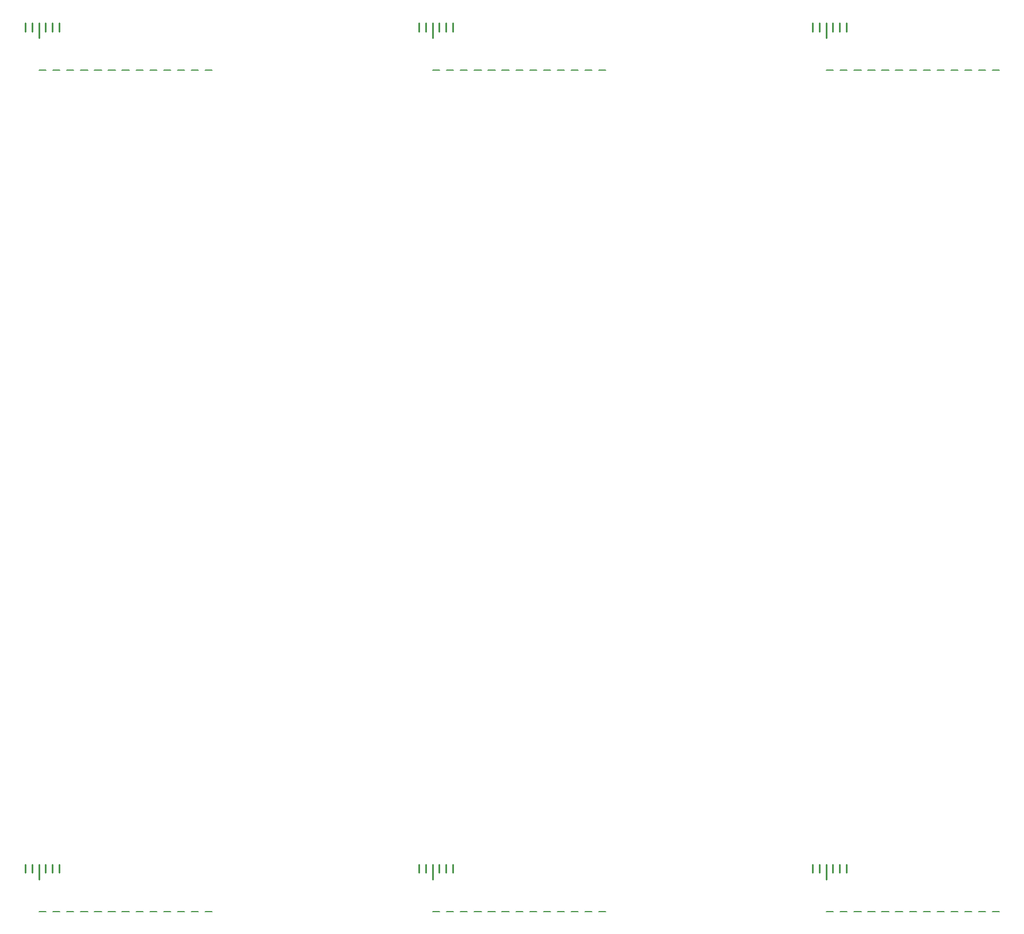
<source format=gbr>
G04 EAGLE Gerber X2 export*
%TF.Part,Single*%
%TF.FileFunction,Legend,Bot,1*%
%TF.FilePolarity,Positive*%
%TF.GenerationSoftware,Autodesk,EAGLE,8.7.0*%
%TF.CreationDate,2018-07-10T16:53:39Z*%
G75*
%MOMM*%
%FSLAX34Y34*%
%LPD*%
%AMOC8*
5,1,8,0,0,1.08239X$1,22.5*%
G01*
%ADD10C,0.127000*%
%ADD11C,0.250000*%


D10*
X346350Y1004590D02*
X335965Y1004590D01*
X325965Y1004590D02*
X315581Y1004590D01*
X305581Y1004590D02*
X295196Y1004590D01*
X285196Y1004590D02*
X274812Y1004590D01*
X264812Y1004590D02*
X254427Y1004590D01*
X244427Y1004590D02*
X234042Y1004590D01*
X224042Y1004590D02*
X213658Y1004590D01*
X203658Y1004590D02*
X193273Y1004590D01*
X183273Y1004590D02*
X172888Y1004590D01*
X162888Y1004590D02*
X152504Y1004590D01*
X142504Y1004590D02*
X132119Y1004590D01*
X122119Y1004590D02*
X111735Y1004590D01*
X101735Y1004590D02*
X91350Y1004590D01*
D11*
X90950Y1051590D02*
X90950Y1073690D01*
X80950Y1073690D02*
X80950Y1061590D01*
X100950Y1061590D02*
X100950Y1073690D01*
X110950Y1073690D02*
X110950Y1061590D01*
X120950Y1061590D02*
X120950Y1073690D01*
X70950Y1073690D02*
X70950Y1061590D01*
D10*
X915965Y1004590D02*
X926350Y1004590D01*
X905965Y1004590D02*
X895581Y1004590D01*
X885581Y1004590D02*
X875196Y1004590D01*
X865196Y1004590D02*
X854812Y1004590D01*
X844812Y1004590D02*
X834427Y1004590D01*
X824427Y1004590D02*
X814042Y1004590D01*
X804042Y1004590D02*
X793658Y1004590D01*
X783658Y1004590D02*
X773273Y1004590D01*
X763273Y1004590D02*
X752888Y1004590D01*
X742888Y1004590D02*
X732504Y1004590D01*
X722504Y1004590D02*
X712119Y1004590D01*
X702119Y1004590D02*
X691735Y1004590D01*
X681735Y1004590D02*
X671350Y1004590D01*
D11*
X670950Y1051590D02*
X670950Y1073690D01*
X660950Y1073690D02*
X660950Y1061590D01*
X680950Y1061590D02*
X680950Y1073690D01*
X690950Y1073690D02*
X690950Y1061590D01*
X700950Y1061590D02*
X700950Y1073690D01*
X650950Y1073690D02*
X650950Y1061590D01*
D10*
X1495965Y1004590D02*
X1506350Y1004590D01*
X1485965Y1004590D02*
X1475581Y1004590D01*
X1465581Y1004590D02*
X1455196Y1004590D01*
X1445196Y1004590D02*
X1434812Y1004590D01*
X1424812Y1004590D02*
X1414427Y1004590D01*
X1404427Y1004590D02*
X1394042Y1004590D01*
X1384042Y1004590D02*
X1373658Y1004590D01*
X1363658Y1004590D02*
X1353273Y1004590D01*
X1343273Y1004590D02*
X1332888Y1004590D01*
X1322888Y1004590D02*
X1312504Y1004590D01*
X1302504Y1004590D02*
X1292119Y1004590D01*
X1282119Y1004590D02*
X1271735Y1004590D01*
X1261735Y1004590D02*
X1251350Y1004590D01*
D11*
X1250950Y1051590D02*
X1250950Y1073690D01*
X1240950Y1073690D02*
X1240950Y1061590D01*
X1260950Y1061590D02*
X1260950Y1073690D01*
X1270950Y1073690D02*
X1270950Y1061590D01*
X1280950Y1061590D02*
X1280950Y1073690D01*
X1230950Y1073690D02*
X1230950Y1061590D01*
D10*
X346350Y2244590D02*
X335965Y2244590D01*
X325965Y2244590D02*
X315581Y2244590D01*
X305581Y2244590D02*
X295196Y2244590D01*
X285196Y2244590D02*
X274812Y2244590D01*
X264812Y2244590D02*
X254427Y2244590D01*
X244427Y2244590D02*
X234042Y2244590D01*
X224042Y2244590D02*
X213658Y2244590D01*
X203658Y2244590D02*
X193273Y2244590D01*
X183273Y2244590D02*
X172888Y2244590D01*
X162888Y2244590D02*
X152504Y2244590D01*
X142504Y2244590D02*
X132119Y2244590D01*
X122119Y2244590D02*
X111735Y2244590D01*
X101735Y2244590D02*
X91350Y2244590D01*
D11*
X90950Y2291590D02*
X90950Y2313690D01*
X80950Y2313690D02*
X80950Y2301590D01*
X100950Y2301590D02*
X100950Y2313690D01*
X110950Y2313690D02*
X110950Y2301590D01*
X120950Y2301590D02*
X120950Y2313690D01*
X70950Y2313690D02*
X70950Y2301590D01*
D10*
X915965Y2244590D02*
X926350Y2244590D01*
X905965Y2244590D02*
X895581Y2244590D01*
X885581Y2244590D02*
X875196Y2244590D01*
X865196Y2244590D02*
X854812Y2244590D01*
X844812Y2244590D02*
X834427Y2244590D01*
X824427Y2244590D02*
X814042Y2244590D01*
X804042Y2244590D02*
X793658Y2244590D01*
X783658Y2244590D02*
X773273Y2244590D01*
X763273Y2244590D02*
X752888Y2244590D01*
X742888Y2244590D02*
X732504Y2244590D01*
X722504Y2244590D02*
X712119Y2244590D01*
X702119Y2244590D02*
X691735Y2244590D01*
X681735Y2244590D02*
X671350Y2244590D01*
D11*
X670950Y2291590D02*
X670950Y2313690D01*
X660950Y2313690D02*
X660950Y2301590D01*
X680950Y2301590D02*
X680950Y2313690D01*
X690950Y2313690D02*
X690950Y2301590D01*
X700950Y2301590D02*
X700950Y2313690D01*
X650950Y2313690D02*
X650950Y2301590D01*
D10*
X1495965Y2244590D02*
X1506350Y2244590D01*
X1485965Y2244590D02*
X1475581Y2244590D01*
X1465581Y2244590D02*
X1455196Y2244590D01*
X1445196Y2244590D02*
X1434812Y2244590D01*
X1424812Y2244590D02*
X1414427Y2244590D01*
X1404427Y2244590D02*
X1394042Y2244590D01*
X1384042Y2244590D02*
X1373658Y2244590D01*
X1363658Y2244590D02*
X1353273Y2244590D01*
X1343273Y2244590D02*
X1332888Y2244590D01*
X1322888Y2244590D02*
X1312504Y2244590D01*
X1302504Y2244590D02*
X1292119Y2244590D01*
X1282119Y2244590D02*
X1271735Y2244590D01*
X1261735Y2244590D02*
X1251350Y2244590D01*
D11*
X1250950Y2291590D02*
X1250950Y2313690D01*
X1240950Y2313690D02*
X1240950Y2301590D01*
X1260950Y2301590D02*
X1260950Y2313690D01*
X1270950Y2313690D02*
X1270950Y2301590D01*
X1280950Y2301590D02*
X1280950Y2313690D01*
X1230950Y2313690D02*
X1230950Y2301590D01*
M02*

</source>
